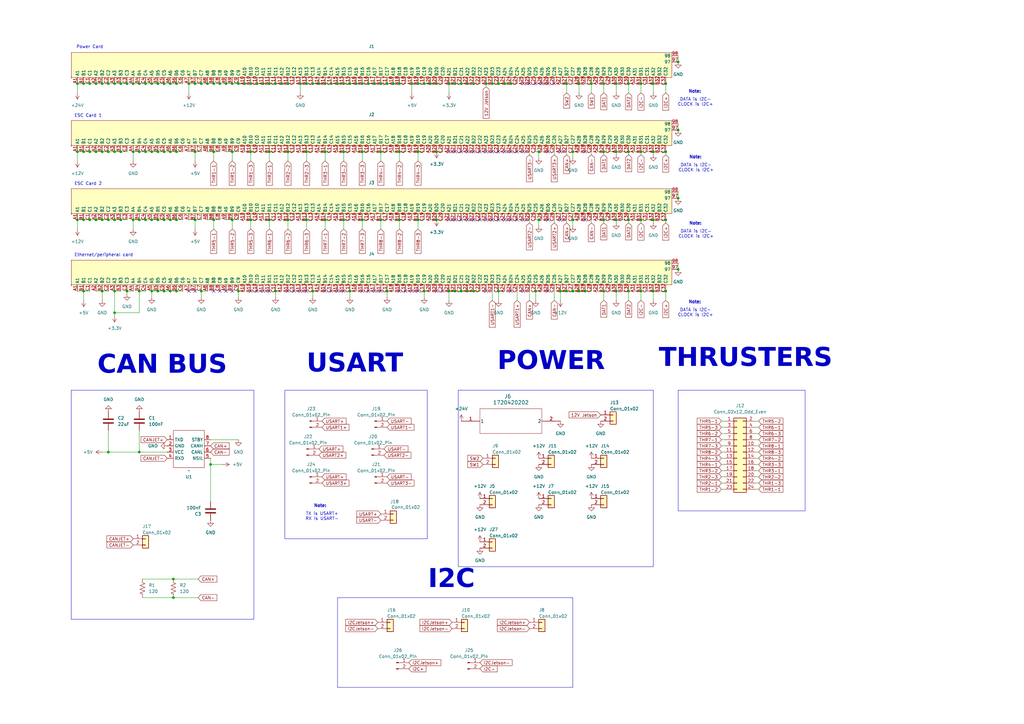
<source format=kicad_sch>
(kicad_sch (version 20250114) (generator "eeschema") (generator_version "9.0")
  (paper "A3")
  (rectangle (start 29.21 160.02) (end 104.14 254))
  (rectangle (start 187.96 160.02) (end 267.97 232.41))
  (rectangle (start 138.43 245.11) (end 234.95 281.94))
  (rectangle (start 278.13 160.02) (end 330.2 209.55))
  (rectangle (start 116.84 160.02) (end 175.26 220.98))
  (text "I2C" (at 185.166 239.776 0) (effects (font (size 7.62 7.62) (thickness 0.254) (bold yes))))
  (text "Note:" (at 285.242 64.516 0) (effects (font (size 1.27 1.27) (thickness 0.254) (bold yes))))
  (text "POWER\n" (at 226.06 150.368 0) (effects (font (size 7.62 7.62) (thickness 0.254) (bold yes))))
  (text "ESC Card 1" (at 30.48 48.26 0) (effects (font (size 1.27 1.27)) (justify left bottom)))
  (text "Note:" (at 284.988 123.952 0) (effects (font (size 1.27 1.27) (thickness 0.254) (bold yes))))
  (text "DATA is I2C-\nCLOCK is I2C+\n" (at 285.496 68.834 0) (effects (font (size 1.27 1.27))))
  (text "Ethernet/peripheral card" (at 30.48 105.41 0) (effects (font (size 1.27 1.27)) (justify left bottom)))
  (text "THRUSTERS" (at 305.816 149.098 0) (effects (font (size 7.62 7.62) (thickness 0.254) (bold yes))))
  (text "DATA is I2C-\nCLOCK is I2C+\n" (at 285.242 41.91 0) (effects (font (size 1.27 1.27))))
  (text "DATA is I2C-\nCLOCK is I2C+\n" (at 285.496 96.012 0) (effects (font (size 1.27 1.27))))
  (text "DATA is I2C-\nCLOCK is I2C+\n" (at 285.242 128.27 0) (effects (font (size 1.27 1.27))))
  (text "Power Card" (at 31.242 20.066 0) (effects (font (size 1.27 1.27)) (justify left bottom)))
  (text "Note:" (at 284.988 37.592 0) (effects (font (size 1.27 1.27) (thickness 0.254) (bold yes))))
  (text "USART\n" (at 145.542 151.384 0) (effects (font (size 7.62 7.62) (thickness 0.254) (bold yes))))
  (text "Note:" (at 285.242 91.694 0) (effects (font (size 1.27 1.27) (thickness 0.254) (bold yes))))
  (text "ESC Card 2\n" (at 30.48 76.2 0) (effects (font (size 1.27 1.27)) (justify left bottom)))
  (text "Note:" (at 131.318 207.518 0) (effects (font (size 1.27 1.27) (thickness 0.254) (bold yes))))
  (text "CAN BUS" (at 66.548 151.892 0) (effects (font (size 7.62 7.62) (thickness 0.254) (bold yes))))
  (text "TX is USART+\nRX is USART-" (at 132.08 211.836 0) (effects (font (size 1.27 1.27))))
  (junction (at 115.57 34.29))
  (junction (at 140.97 34.29))
  (junction (at 72.39 34.29))
  (junction (at 69.85 119.38))
  (junction (at 64.77 34.29))
  (junction (at 54.61 34.29))
  (junction (at 54.61 90.17))
  (junction (at 179.07 62.23))
  (junction (at 44.45 90.17))
  (junction (at 151.13 34.29))
  (junction (at 163.83 62.23))
  (junction (at 158.75 34.29))
  (junction (at 113.03 34.29))
  (junction (at 80.01 90.17))
  (junction (at 118.11 34.29))
  (junction (at 278.13 25.4))
  (junction (at 143.51 34.29))
  (junction (at 194.31 119.38))
  (junction (at 57.15 119.38))
  (junction (at 140.97 90.17))
  (junction (at 41.91 119.38))
  (junction (at 262.89 62.23))
  (junction (at 34.29 119.38))
  (junction (at 39.37 62.23))
  (junction (at 97.79 119.38))
  (junction (at 49.53 90.17))
  (junction (at 158.75 119.38))
  (junction (at 102.87 90.17))
  (junction (at 247.65 90.17))
  (junction (at 87.63 34.29))
  (junction (at 72.39 90.17))
  (junction (at 49.53 62.23))
  (junction (at 267.97 62.23))
  (junction (at 267.97 34.29))
  (junction (at 173.99 34.29))
  (junction (at 191.77 119.38))
  (junction (at 97.79 34.29))
  (junction (at 204.47 34.29))
  (junction (at 130.81 34.29))
  (junction (at 64.77 119.38))
  (junction (at 171.45 62.23))
  (junction (at 267.97 90.17))
  (junction (at 219.71 119.38))
  (junction (at 64.77 62.23))
  (junction (at 46.99 128.27))
  (junction (at 247.65 34.29))
  (junction (at 125.73 34.29))
  (junction (at 46.99 62.23))
  (junction (at 176.53 34.29))
  (junction (at 133.35 34.29))
  (junction (at 247.65 62.23))
  (junction (at 186.69 34.29))
  (junction (at 46.99 90.17))
  (junction (at 41.91 90.17))
  (junction (at 59.69 34.29))
  (junction (at 232.41 34.29))
  (junction (at 80.01 62.23))
  (junction (at 87.63 90.17))
  (junction (at 71.12 245.11))
  (junction (at 71.12 237.49))
  (junction (at 273.05 90.17))
  (junction (at 92.71 34.29))
  (junction (at 153.67 34.29))
  (junction (at 72.39 62.23))
  (junction (at 36.83 34.29))
  (junction (at 257.81 119.38))
  (junction (at 87.63 62.23))
  (junction (at 234.95 62.23))
  (junction (at 186.69 119.38))
  (junction (at 140.97 62.23))
  (junction (at 146.05 34.29))
  (junction (at 57.15 90.17))
  (junction (at 262.89 34.29))
  (junction (at 82.55 34.29))
  (junction (at 240.03 119.38))
  (junction (at 133.35 90.17))
  (junction (at 54.61 62.23))
  (junction (at 163.83 34.29))
  (junction (at 168.91 34.29))
  (junction (at 273.05 62.23))
  (junction (at 36.83 90.17))
  (junction (at 148.59 34.29))
  (junction (at 95.25 34.29))
  (junction (at 267.97 119.38))
  (junction (at 41.91 62.23))
  (junction (at 128.27 119.38))
  (junction (at 49.53 34.29))
  (junction (at 262.89 119.38))
  (junction (at 80.01 34.29))
  (junction (at 262.89 90.17))
  (junction (at 118.11 90.17))
  (junction (at 86.36 190.5))
  (junction (at 148.59 90.17))
  (junction (at 220.98 90.17))
  (junction (at 44.45 62.23))
  (junction (at 179.07 90.17))
  (junction (at 278.13 53.34))
  (junction (at 107.95 34.29))
  (junction (at 59.69 62.23))
  (junction (at 252.73 34.29))
  (junction (at 118.11 62.23))
  (junction (at 184.15 34.29))
  (junction (at 69.85 62.23))
  (junction (at 62.23 90.17))
  (junction (at 273.05 119.38))
  (junction (at 36.83 62.23))
  (junction (at 95.25 90.17))
  (junction (at 57.15 185.42))
  (junction (at 110.49 34.29))
  (junction (at 34.29 62.23))
  (junction (at 62.23 119.38))
  (junction (at 191.77 34.29))
  (junction (at 41.91 34.29))
  (junction (at 59.69 90.17))
  (junction (at 67.31 34.29))
  (junction (at 199.39 34.29))
  (junction (at 252.73 90.17))
  (junction (at 39.37 34.29))
  (junction (at 156.21 34.29))
  (junction (at 102.87 62.23))
  (junction (at 113.03 119.38))
  (junction (at 156.21 62.23))
  (junction (at 46.99 34.29))
  (junction (at 44.45 185.42))
  (junction (at 110.49 90.17))
  (junction (at 110.49 62.23))
  (junction (at 105.41 34.29))
  (junction (at 57.15 62.23))
  (junction (at 252.73 119.38))
  (junction (at 171.45 34.29))
  (junction (at 52.07 119.38))
  (junction (at 257.81 34.29))
  (junction (at 69.85 90.17))
  (junction (at 138.43 34.29))
  (junction (at 179.07 34.29))
  (junction (at 46.99 119.38))
  (junction (at 62.23 34.29))
  (junction (at 184.15 119.38))
  (junction (at 232.41 119.38))
  (junction (at 252.73 62.23))
  (junction (at 156.21 90.17))
  (junction (at 247.65 119.38))
  (junction (at 229.87 119.38))
  (junction (at 257.81 62.23))
  (junction (at 95.25 62.23))
  (junction (at 257.81 90.17))
  (junction (at 220.98 62.23))
  (junction (at 173.99 119.38))
  (junction (at 90.17 34.29))
  (junction (at 34.29 34.29))
  (junction (at 125.73 62.23))
  (junction (at 237.49 119.38))
  (junction (at 82.55 119.38))
  (junction (at 171.45 90.17))
  (junction (at 31.75 34.29))
  (junction (at 201.93 34.29))
  (junction (at 67.31 119.38))
  (junction (at 135.89 34.29))
  (junction (at 189.23 119.38))
  (junction (at 143.51 119.38))
  (junction (at 64.77 90.17))
  (junction (at 31.75 62.23))
  (junction (at 100.33 34.29))
  (junction (at 234.95 90.17))
  (junction (at 163.83 90.17))
  (junction (at 57.15 34.29))
  (junction (at 207.01 34.29))
  (junction (at 237.49 34.29))
  (junction (at 209.55 34.29))
  (junction (at 278.13 110.49))
  (junction (at 194.31 34.29))
  (junction (at 52.07 34.29))
  (junction (at 123.19 34.29))
  (junction (at 161.29 34.29))
  (junction (at 77.47 34.29))
  (junction (at 204.47 119.38))
  (junction (at 69.85 34.29))
  (junction (at 62.23 62.23))
  (junction (at 102.87 34.29))
  (junction (at 67.31 90.17))
  (junction (at 242.57 34.29))
  (junction (at 273.05 34.29))
  (junction (at 67.31 62.23))
  (junction (at 31.75 90.17))
  (junction (at 148.59 62.23))
  (junction (at 72.39 119.38))
  (junction (at 189.23 34.29))
  (junction (at 234.95 119.38))
  (junction (at 34.29 90.17))
  (junction (at 85.09 34.29))
  (junction (at 125.73 90.17))
  (junction (at 133.35 62.23))
  (junction (at 44.45 34.29))
  (junction (at 278.13 81.28))
  (junction (at 128.27 34.29))
  (junction (at 39.37 90.17))
  (no_connect (at 199.39 119.38))
  (no_connect (at 214.63 119.38))
  (no_connect (at 212.09 90.17))
  (no_connect (at 92.71 119.38))
  (no_connect (at 140.97 119.38))
  (no_connect (at 240.03 62.23))
  (no_connect (at 77.47 119.38))
  (no_connect (at 87.63 119.38))
  (no_connect (at 184.15 90.17))
  (no_connect (at 224.79 34.29))
  (no_connect (at 222.25 34.29))
  (no_connect (at 227.33 34.29))
  (no_connect (at 179.07 119.38))
  (no_connect (at 191.77 62.23))
  (no_connect (at 148.59 119.38))
  (no_connect (at 184.15 62.23))
  (no_connect (at 201.93 62.23))
  (no_connect (at 125.73 119.38))
  (no_connect (at 201.93 90.17))
  (no_connect (at 186.69 90.17))
  (no_connect (at 214.63 90.17))
  (no_connect (at 209.55 90.17))
  (no_connect (at 204.47 62.23))
  (no_connect (at 199.39 62.23))
  (no_connect (at 189.23 62.23))
  (no_connect (at 214.63 62.23))
  (no_connect (at 209.55 119.38))
  (no_connect (at 240.03 90.17))
  (no_connect (at 186.69 62.23))
  (no_connect (at 204.47 90.17))
  (no_connect (at 207.01 62.23))
  (no_connect (at 118.11 119.38))
  (no_connect (at 212.09 62.23))
  (no_connect (at 219.71 34.29))
  (no_connect (at 209.55 62.23))
  (no_connect (at 135.89 119.38))
  (no_connect (at 138.43 119.38))
  (no_connect (at 199.39 90.17))
  (no_connect (at 171.45 119.38))
  (no_connect (at 110.49 119.38))
  (no_connect (at 120.65 119.38))
  (no_connect (at 181.61 119.38))
  (no_connect (at 217.17 34.29))
  (no_connect (at 95.25 119.38))
  (no_connect (at 156.21 119.38))
  (no_connect (at 207.01 90.17))
  (no_connect (at 163.83 119.38))
  (no_connect (at 214.63 34.29))
  (no_connect (at 90.17 119.38))
  (no_connect (at 189.23 90.17))
  (no_connect (at 194.31 90.17))
  (no_connect (at 194.31 62.23))
  (no_connect (at 224.79 62.23))
  (no_connect (at 166.37 119.38))
  (no_connect (at 151.13 119.38))
  (no_connect (at 107.95 119.38))
  (no_connect (at 105.41 119.38))
  (no_connect (at 229.87 62.23))
  (no_connect (at 196.85 62.23))
  (no_connect (at 196.85 90.17))
  (no_connect (at 102.87 119.38))
  (no_connect (at 224.79 90.17))
  (no_connect (at 80.01 119.38))
  (no_connect (at 229.87 90.17))
  (no_connect (at 133.35 119.38))
  (no_connect (at 168.91 119.38))
  (no_connect (at 191.77 90.17))
  (no_connect (at 153.67 119.38))
  (no_connect (at 224.79 119.38))
  (no_connect (at 123.19 119.38))
  (wire (pts (xy 72.39 62.23) (xy 74.93 62.23)))
  (wire (pts (xy 125.73 62.23) (xy 128.27 62.23)))
  (wire (pts (xy 295.91 177.8) (xy 297.18 177.8)))
  (wire (pts (xy 204.47 34.29) (xy 207.01 34.29)))
  (wire (pts (xy 176.53 34.29) (xy 179.07 34.29)))
  (wire (pts (xy 90.17 34.29) (xy 92.71 34.29)))
  (wire (pts (xy 161.29 90.17) (xy 163.83 90.17)))
  (wire (pts (xy 295.91 193.04) (xy 297.18 193.04)))
  (wire (pts (xy 245.11 62.23) (xy 247.65 62.23)))
  (wire (pts (xy 123.19 90.17) (xy 125.73 90.17)))
  (wire (pts (xy 80.01 90.17) (xy 82.55 90.17)))
  (wire (pts (xy 80.01 62.23) (xy 82.55 62.23)))
  (wire (pts (xy 72.39 119.38) (xy 74.93 119.38)))
  (wire (pts (xy 34.29 119.38) (xy 34.29 123.19)))
  (wire (pts (xy 115.57 34.29) (xy 118.11 34.29)))
  (wire (pts (xy 179.07 62.23) (xy 181.61 62.23)))
  (wire (pts (xy 31.75 34.29) (xy 31.75 38.1)))
  (wire (pts (xy 260.35 119.38) (xy 262.89 119.38)))
  (wire (pts (xy 46.99 62.23) (xy 49.53 62.23)))
  (wire (pts (xy 148.59 90.17) (xy 151.13 90.17)))
  (wire (pts (xy 100.33 62.23) (xy 102.87 62.23)))
  (wire (pts (xy 220.98 90.17) (xy 222.25 90.17)))
  (wire (pts (xy 234.95 119.38) (xy 237.49 119.38)))
  (wire (pts (xy 130.81 34.29) (xy 133.35 34.29)))
  (wire (pts (xy 57.15 90.17) (xy 59.69 90.17)))
  (wire (pts (xy 184.15 34.29) (xy 186.69 34.29)))
  (wire (pts (xy 176.53 62.23) (xy 179.07 62.23)))
  (wire (pts (xy 69.85 90.17) (xy 72.39 90.17)))
  (wire (pts (xy 118.11 62.23) (xy 120.65 62.23)))
  (wire (pts (xy 72.39 90.17) (xy 74.93 90.17)))
  (wire (pts (xy 97.79 34.29) (xy 100.33 34.29)))
  (wire (pts (xy 158.75 121.92) (xy 158.75 119.38)))
  (wire (pts (xy 265.43 119.38) (xy 267.97 119.38)))
  (wire (pts (xy 191.77 34.29) (xy 194.31 34.29)))
  (wire (pts (xy 133.35 90.17) (xy 135.89 90.17)))
  (wire (pts (xy 62.23 90.17) (xy 64.77 90.17)))
  (wire (pts (xy 229.87 34.29) (xy 232.41 34.29)))
  (wire (pts (xy 95.25 90.17) (xy 97.79 90.17)))
  (wire (pts (xy 64.77 62.23) (xy 67.31 62.23)))
  (wire (pts (xy 204.47 119.38) (xy 207.01 119.38)))
  (wire (pts (xy 220.98 62.23) (xy 219.71 62.23)))
  (wire (pts (xy 57.15 119.38) (xy 57.15 128.27)))
  (wire (pts (xy 39.37 119.38) (xy 41.91 119.38)))
  (wire (pts (xy 82.55 119.38) (xy 85.09 119.38)))
  (wire (pts (xy 220.98 90.17) (xy 220.98 92.71)))
  (wire (pts (xy 39.37 34.29) (xy 41.91 34.29)))
  (wire (pts (xy 54.61 90.17) (xy 54.61 93.98)))
  (wire (pts (xy 311.15 185.42) (xy 309.88 185.42)))
  (wire (pts (xy 311.15 187.96) (xy 309.88 187.96)))
  (wire (pts (xy 146.05 62.23) (xy 148.59 62.23)))
  (wire (pts (xy 49.53 90.17) (xy 52.07 90.17)))
  (wire (pts (xy 49.53 62.23) (xy 52.07 62.23)))
  (wire (pts (xy 278.13 50.8) (xy 278.13 53.34)))
  (wire (pts (xy 97.79 119.38) (xy 100.33 119.38)))
  (wire (pts (xy 295.91 172.72) (xy 297.18 172.72)))
  (wire (pts (xy 125.73 62.23) (xy 125.73 66.04)))
  (wire (pts (xy 148.59 34.29) (xy 151.13 34.29)))
  (wire (pts (xy 46.99 119.38) (xy 46.99 128.27)))
  (wire (pts (xy 171.45 62.23) (xy 173.99 62.23)))
  (wire (pts (xy 295.91 200.66) (xy 297.18 200.66)))
  (wire (pts (xy 242.57 34.29) (xy 242.57 38.1)))
  (wire (pts (xy 311.15 172.72) (xy 309.88 172.72)))
  (wire (pts (xy 158.75 34.29) (xy 161.29 34.29)))
  (wire (pts (xy 140.97 90.17) (xy 140.97 93.98)))
  (wire (pts (xy 95.25 62.23) (xy 97.79 62.23)))
  (wire (pts (xy 54.61 62.23) (xy 54.61 66.04)))
  (wire (pts (xy 64.77 90.17) (xy 67.31 90.17)))
  (wire (pts (xy 95.25 90.17) (xy 95.25 93.98)))
  (wire (pts (xy 247.65 119.38) (xy 247.65 123.19)))
  (wire (pts (xy 123.19 34.29) (xy 123.19 38.1)))
  (wire (pts (xy 118.11 90.17) (xy 120.65 90.17)))
  (wire (pts (xy 102.87 90.17) (xy 105.41 90.17)))
  (wire (pts (xy 186.69 34.29) (xy 189.23 34.29)))
  (wire (pts (xy 267.97 62.23) (xy 267.97 63.5)))
  (wire (pts (xy 273.05 34.29) (xy 273.05 38.1)))
  (wire (pts (xy 273.05 119.38) (xy 273.05 123.19)))
  (wire (pts (xy 95.25 62.23) (xy 95.25 66.04)))
  (wire (pts (xy 156.21 90.17) (xy 156.21 93.98)))
  (wire (pts (xy 260.35 34.29) (xy 262.89 34.29)))
  (wire (pts (xy 86.36 190.5) (xy 86.36 187.96)))
  (wire (pts (xy 270.51 119.38) (xy 273.05 119.38)))
  (wire (pts (xy 80.01 34.29) (xy 82.55 34.29)))
  (wire (pts (xy 204.47 119.38) (xy 204.47 123.19)))
  (wire (pts (xy 39.37 90.17) (xy 41.91 90.17)))
  (wire (pts (xy 260.35 90.17) (xy 262.89 90.17)))
  (wire (pts (xy 295.91 187.96) (xy 297.18 187.96)))
  (wire (pts (xy 102.87 62.23) (xy 105.41 62.23)))
  (wire (pts (xy 31.75 62.23) (xy 34.29 62.23)))
  (wire (pts (xy 57.15 176.53) (xy 57.15 185.42)))
  (wire (pts (xy 58.42 237.49) (xy 71.12 237.49)))
  (wire (pts (xy 295.91 185.42) (xy 297.18 185.42)))
  (wire (pts (xy 311.15 182.88) (xy 309.88 182.88)))
  (wire (pts (xy 227.33 63.5) (xy 227.33 62.23)))
  (wire (pts (xy 85.09 34.29) (xy 87.63 34.29)))
  (wire (pts (xy 194.31 119.38) (xy 196.85 119.38)))
  (wire (pts (xy 156.21 34.29) (xy 158.75 34.29)))
  (wire (pts (xy 128.27 121.92) (xy 128.27 119.38)))
  (wire (pts (xy 176.53 90.17) (xy 179.07 90.17)))
  (wire (pts (xy 97.79 180.34) (xy 86.36 180.34)))
  (wire (pts (xy 311.15 195.58) (xy 309.88 195.58)))
  (wire (pts (xy 118.11 62.23) (xy 118.11 66.04)))
  (wire (pts (xy 57.15 119.38) (xy 59.69 119.38)))
  (wire (pts (xy 107.95 34.29) (xy 110.49 34.29)))
  (wire (pts (xy 87.63 62.23) (xy 87.63 66.04)))
  (wire (pts (xy 85.09 62.23) (xy 87.63 62.23)))
  (wire (pts (xy 118.11 34.29) (xy 120.65 34.29)))
  (wire (pts (xy 234.95 62.23) (xy 234.95 64.77)))
  (wire (pts (xy 128.27 119.38) (xy 130.81 119.38)))
  (wire (pts (xy 113.03 119.38) (xy 115.57 119.38)))
  (wire (pts (xy 62.23 62.23) (xy 64.77 62.23)))
  (wire (pts (xy 92.71 62.23) (xy 95.25 62.23)))
  (wire (pts (xy 267.97 119.38) (xy 267.97 123.19)))
  (wire (pts (xy 250.19 34.29) (xy 252.73 34.29)))
  (wire (pts (xy 262.89 34.29) (xy 262.89 38.1)))
  (wire (pts (xy 125.73 90.17) (xy 125.73 93.98)))
  (wire (pts (xy 168.91 62.23) (xy 171.45 62.23)))
  (wire (pts (xy 156.21 62.23) (xy 158.75 62.23)))
  (wire (pts (xy 186.69 119.38) (xy 189.23 119.38)))
  (wire (pts (xy 138.43 90.17) (xy 140.97 90.17)))
  (wire (pts (xy 295.91 182.88) (xy 297.18 182.88)))
  (wire (pts (xy 240.03 34.29) (xy 242.57 34.29)))
  (wire (pts (xy 36.83 62.23) (xy 39.37 62.23)))
  (wire (pts (xy 220.98 62.23) (xy 222.25 62.23)))
  (wire (pts (xy 234.95 34.29) (xy 237.49 34.29)))
  (wire (pts (xy 57.15 34.29) (xy 59.69 34.29)))
  (wire (pts (xy 113.03 34.29) (xy 115.57 34.29)))
  (wire (pts (xy 46.99 119.38) (xy 49.53 119.38)))
  (wire (pts (xy 295.91 180.34) (xy 297.18 180.34)))
  (wire (pts (xy 270.51 62.23) (xy 273.05 62.23)))
  (wire (pts (xy 247.65 34.29) (xy 247.65 38.1)))
  (wire (pts (xy 80.01 62.23) (xy 80.01 66.04)))
  (wire (pts (xy 278.13 78.74) (xy 278.13 81.28)))
  (wire (pts (xy 36.83 34.29) (xy 39.37 34.29)))
  (wire (pts (xy 234.95 90.17) (xy 234.95 92.71)))
  (wire (pts (xy 77.47 90.17) (xy 80.01 90.17)))
  (wire (pts (xy 217.17 91.44) (xy 217.17 90.17)))
  (wire (pts (xy 229.87 119.38) (xy 229.87 123.19)))
  (wire (pts (xy 270.51 34.29) (xy 273.05 34.29)))
  (wire (pts (xy 118.11 90.17) (xy 118.11 93.98)))
  (wire (pts (xy 34.29 34.29) (xy 36.83 34.29)))
  (wire (pts (xy 44.45 90.17) (xy 46.99 90.17)))
  (wire (pts (xy 247.65 62.23) (xy 247.65 63.5)))
  (wire (pts (xy 168.91 34.29) (xy 168.91 38.1)))
  (wire (pts (xy 133.35 62.23) (xy 135.89 62.23)))
  (wire (pts (xy 71.12 245.11) (xy 81.28 245.11)))
  (wire (pts (xy 173.99 119.38) (xy 173.99 121.92)))
  (wire (pts (xy 36.83 90.17) (xy 39.37 90.17)))
  (wire (pts (xy 260.35 62.23) (xy 262.89 62.23)))
  (wire (pts (xy 140.97 62.23) (xy 140.97 66.04)))
  (wire (pts (xy 77.47 34.29) (xy 77.47 38.1)))
  (wire (pts (xy 107.95 90.17) (xy 110.49 90.17)))
  (wire (pts (xy 237.49 119.38) (xy 240.03 119.38)))
  (wire (pts (xy 232.41 34.29) (xy 232.41 38.1)))
  (wire (pts (xy 220.98 62.23) (xy 220.98 64.77)))
  (wire (pts (xy 158.75 119.38) (xy 161.29 119.38)))
  (wire (pts (xy 62.23 34.29) (xy 64.77 34.29)))
  (wire (pts (xy 252.73 119.38) (xy 252.73 123.19)))
  (wire (pts (xy 156.21 62.23) (xy 156.21 66.04)))
  (wire (pts (xy 97.79 121.92) (xy 97.79 119.38)))
  (wire (pts (xy 173.99 119.38) (xy 176.53 119.38)))
  (wire (pts (xy 110.49 90.17) (xy 113.03 90.17)))
  (wire (pts (xy 85.09 90.17) (xy 87.63 90.17)))
  (wire (pts (xy 232.41 63.5) (xy 232.41 62.23)))
  (wire (pts (xy 146.05 34.29) (xy 148.59 34.29)))
  (wire (pts (xy 44.45 185.42) (xy 57.15 185.42)))
  (wire (pts (xy 92.71 90.17) (xy 95.25 90.17)))
  (wire (pts (xy 153.67 34.29) (xy 156.21 34.29)))
  (wire (pts (xy 273.05 90.17) (xy 273.05 91.44)))
  (wire (pts (xy 44.45 34.29) (xy 46.99 34.29)))
  (wire (pts (xy 71.12 237.49) (xy 81.28 237.49)))
  (wire (pts (xy 255.27 90.17) (xy 257.81 90.17)))
  (wire (pts (xy 44.45 62.23) (xy 46.99 62.23)))
  (wire (pts (xy 69.85 34.29) (xy 72.39 34.29)))
  (wire (pts (xy 237.49 34.29) (xy 237.49 38.1)))
  (wire (pts (xy 295.91 195.58) (xy 297.18 195.58)))
  (wire (pts (xy 57.15 185.42) (xy 68.58 185.42)))
  (wire (pts (xy 151.13 34.29) (xy 153.67 34.29)))
  (wire (pts (xy 102.87 62.23) (xy 102.87 66.04)))
  (wire (pts (xy 77.47 62.23) (xy 80.01 62.23)))
  (wire (pts (xy 163.83 62.23) (xy 163.83 66.04)))
  (wire (pts (xy 41.91 62.23) (xy 44.45 62.23)))
  (wire (pts (xy 217.17 119.38) (xy 217.17 123.19)))
  (wire (pts (xy 87.63 62.23) (xy 90.17 62.23)))
  (wire (pts (xy 219.71 119.38) (xy 222.25 119.38)))
  (wire (pts (xy 41.91 119.38) (xy 41.91 123.19)))
  (wire (pts (xy 67.31 34.29) (xy 69.85 34.29)))
  (wire (pts (xy 153.67 62.23) (xy 156.21 62.23)))
  (wire (pts (xy 153.67 90.17) (xy 156.21 90.17)))
  (wire (pts (xy 171.45 62.23) (xy 171.45 66.04)))
  (wire (pts (xy 143.51 34.29) (xy 146.05 34.29)))
  (wire (pts (xy 69.85 119.38) (xy 72.39 119.38)))
  (wire (pts (xy 52.07 119.38) (xy 52.07 120.65)))
  (wire (pts (xy 49.53 34.29) (xy 52.07 34.29)))
  (wire (pts (xy 229.87 119.38) (xy 232.41 119.38)))
  (wire (pts (xy 184.15 34.29) (xy 184.15 38.1)))
  (wire (pts (xy 95.25 34.29) (xy 97.79 34.29)))
  (wire (pts (xy 161.29 62.23) (xy 163.83 62.23)))
  (wire (pts (xy 184.15 119.38) (xy 184.15 123.19)))
  (wire (pts (xy 143.51 119.38) (xy 146.05 119.38)))
  (wire (pts (xy 100.33 34.29) (xy 102.87 34.29)))
  (wire (pts (xy 82.55 121.92) (xy 82.55 119.38)))
  (wire (pts (xy 232.41 91.44) (xy 232.41 90.17)))
  (wire (pts (xy 87.63 90.17) (xy 87.63 93.98)))
  (wire (pts (xy 265.43 90.17) (xy 267.97 90.17)))
  (wire (pts (xy 92.71 34.29) (xy 95.25 34.29)))
  (wire (pts (xy 148.59 90.17) (xy 148.59 93.98)))
  (wire (pts (xy 148.59 62.23) (xy 151.13 62.23)))
  (wire (pts (xy 41.91 185.42) (xy 44.45 185.42)))
  (wire (pts (xy 179.07 34.29) (xy 181.61 34.29)))
  (wire (pts (xy 115.57 62.23) (xy 118.11 62.23)))
  (wire (pts (xy 171.45 34.29) (xy 173.99 34.29)))
  (wire (pts (xy 59.69 34.29) (xy 62.23 34.29)))
  (wire (pts (xy 34.29 90.17) (xy 36.83 90.17)))
  (wire (pts (xy 189.23 34.29) (xy 191.77 34.29)))
  (wire (pts (xy 39.37 62.23) (xy 41.91 62.23)))
  (wire (pts (xy 311.15 180.34) (xy 309.88 180.34)))
  (wire (pts (xy 54.61 34.29) (xy 57.15 34.29)))
  (wire (pts (xy 31.75 90.17) (xy 31.75 93.98)))
  (wire (pts (xy 295.91 175.26) (xy 297.18 175.26)))
  (wire (pts (xy 295.91 190.5) (xy 297.18 190.5)))
  (wire (pts (xy 270.51 90.17) (xy 273.05 90.17)))
  (wire (pts (xy 295.91 198.12) (xy 297.18 198.12)))
  (wire (pts (xy 52.07 34.29) (xy 54.61 34.29)))
  (wire (pts (xy 41.91 90.17) (xy 44.45 90.17)))
  (wire (pts (xy 67.31 62.23) (xy 69.85 62.23)))
  (wire (pts (xy 242.57 91.44) (xy 242.57 90.17)))
  (wire (pts (xy 311.15 190.5) (xy 309.88 190.5)))
  (wire (pts (xy 62.23 119.38) (xy 64.77 119.38)))
  (wire (pts (xy 133.35 62.23) (xy 133.35 66.04)))
  (wire (pts (xy 80.01 90.17) (xy 80.01 93.98)))
  (wire (pts (xy 265.43 62.23) (xy 267.97 62.23)))
  (wire (pts (xy 64.77 119.38) (xy 67.31 119.38)))
  (wire (pts (xy 217.17 63.5) (xy 217.17 62.23)))
  (wire (pts (xy 69.85 62.23) (xy 72.39 62.23)))
  (wire (pts (xy 46.99 128.27) (xy 57.15 128.27)))
  (wire (pts (xy 240.03 119.38) (xy 242.57 119.38)))
  (wire (pts (xy 179.07 90.17) (xy 181.61 90.17)))
  (wire (pts (xy 161.29 34.29) (xy 163.83 34.29)))
  (wire (pts (xy 46.99 129.54) (xy 46.99 128.27)))
  (wire (pts (xy 140.97 62.23) (xy 143.51 62.23)))
  (wire (pts (xy 44.45 176.53) (xy 44.45 185.42)))
  (wire (pts (xy 67.31 90.17) (xy 69.85 90.17)))
  (wire (pts (xy 173.99 34.29) (xy 176.53 34.29)))
  (wire (pts (xy 31.75 90.17) (xy 34.29 90.17)))
  (wire (pts (xy 245.11 90.17) (xy 247.65 90.17)))
  (wire (pts (xy 191.77 119.38) (xy 194.31 119.38)))
  (wire (pts (xy 255.27 119.38) (xy 257.81 119.38)))
  (wire (pts (xy 143.51 121.92) (xy 143.51 119.38)))
  (wire (pts (xy 54.61 62.23) (xy 57.15 62.23)))
  (wire (pts (xy 46.99 34.29) (xy 49.53 34.29)))
  (wire (pts (xy 163.83 34.29) (xy 166.37 34.29)))
  (wire (pts (xy 262.89 62.23) (xy 262.89 63.5)))
  (wire (pts (xy 227.33 91.44) (xy 227.33 90.17)))
  (wire (pts (xy 123.19 34.29) (xy 125.73 34.29)))
  (wire (pts (xy 250.19 119.38) (xy 252.73 119.38)))
  (wire (pts (xy 107.95 62.23) (xy 110.49 62.23)))
  (wire (pts (xy 123.19 62.23) (xy 125.73 62.23)))
  (wire (pts (xy 133.35 34.29) (xy 135.89 34.29)))
  (wire (pts (xy 227.33 119.38) (xy 227.33 123.19)))
  (wire (pts (xy 52.07 119.38) (xy 54.61 119.38)))
  (wire (pts (xy 91.44 190.5) (xy 86.36 190.5)))
  (wire (pts (xy 234.95 90.17) (xy 237.49 90.17)))
  (wire (pts (xy 64.77 34.29) (xy 67.31 34.29)))
  (wire (pts (xy 133.35 90.17) (xy 133.35 93.98)))
  (wire (pts (xy 113.03 121.92) (xy 113.03 119.38)))
  (wire (pts (xy 267.97 34.29) (xy 267.97 38.1)))
  (wire (pts (xy 163.83 62.23) (xy 166.37 62.23)))
  (wire (pts (xy 135.89 34.29) (xy 138.43 34.29)))
  (wire (pts (xy 184.15 119.38) (xy 186.69 119.38)))
  (wire (pts (xy 250.19 90.17) (xy 252.73 90.17)))
  (wire (pts (xy 252.73 34.29) (xy 252.73 38.1)))
  (wire (pts (xy 125.73 34.29) (xy 128.27 34.29)))
  (wire (pts (xy 168.91 34.29) (xy 171.45 34.29)))
  (wire (pts (xy 146.05 90.17) (xy 148.59 90.17)))
  (wire (pts (xy 130.81 90.17) (xy 133.35 90.17)))
  (wire (pts (xy 58.42 245.11) (xy 71.12 245.11)))
  (wire (pts (xy 252.73 62.23) (xy 252.73 63.5)))
  (wire (pts (xy 72.39 34.29) (xy 74.93 34.29)))
  (wire (pts (xy 102.87 34.29) (xy 105.41 34.29)))
  (wire (pts (xy 267.97 90.17) (xy 267.97 91.44)))
  (wire (pts (xy 41.91 119.38) (xy 44.45 119.38)))
  (wire (pts (xy 87.63 90.17) (xy 90.17 90.17)))
  (wire (pts (xy 110.49 90.17) (xy 110.49 93.98)))
  (wire (pts (xy 171.45 90.17) (xy 171.45 93.98)))
  (wire (pts (xy 255.27 62.23) (xy 257.81 62.23)))
  (wire (pts (xy 138.43 34.29) (xy 140.97 34.29)))
  (wire (pts (xy 257.81 119.38) (xy 257.81 123.19)))
  (wire (pts (xy 59.69 62.23) (xy 62.23 62.23)))
  (wire (pts (xy 102.87 90.17) (xy 102.87 93.98)))
  (wire (pts (xy 54.61 90.17) (xy 57.15 90.17)))
  (wire (pts (xy 115.57 90.17) (xy 118.11 90.17)))
  (wire (pts (xy 140.97 34.29) (xy 143.51 34.29)))
  (wire (pts (xy 138.43 62.23) (xy 140.97 62.23)))
  (wire (pts (xy 171.45 90.17) (xy 173.99 90.17)))
  (wire (pts (xy 262.89 119.38) (xy 262.89 123.19)))
  (wire (pts (xy 34.29 119.38) (xy 36.83 119.38)))
  (wire (pts (xy 220.98 90.17) (xy 219.71 90.17)))
  (wire (pts (xy 194.31 34.29) (xy 196.85 34.29)))
  (wire (pts (xy 234.95 62.23) (xy 237.49 62.23)))
  (wire (pts (xy 62.23 121.92) (xy 62.23 119.38)))
  (wire (pts (xy 199.39 34.29) (xy 201.93 34.29)))
  (wire (pts (xy 31.75 62.23) (xy 31.75 66.04)))
  (wire (pts (xy 105.41 34.29) (xy 107.95 34.29)))
  (wire (pts (xy 311.15 193.04) (xy 309.88 193.04)))
  (wire (pts (xy 257.81 62.23) (xy 257.81 63.5)))
  (wire (pts (xy 207.01 34.29) (xy 209.55 34.29)))
  (wire (pts (xy 87.63 34.29) (xy 90.17 34.29)))
  (wire (pts (xy 252.73 90.17) (xy 252.73 91.44)))
  (wire (pts (xy 273.05 62.23) (xy 273.05 63.5)))
  (wire (pts (xy 311.15 175.26) (xy 309.88 175.26)))
  (wire (pts (xy 219.71 119.38) (xy 219.71 123.19)))
  (wire (pts (xy 245.11 34.29) (xy 247.65 34.29)))
  (wire (pts (xy 86.36 205.74) (xy 86.36 190.5)))
  (wire (pts (xy 201.93 119.38) (xy 201.93 123.19)))
  (wire (pts (xy 262.89 90.17) (xy 262.89 91.44)))
  (wire (pts (xy 257.81 34.29) (xy 257.81 38.1)))
  (wire (pts (xy 31.75 34.29) (xy 34.29 34.29)))
  (wire (pts (xy 163.83 90.17) (xy 163.83 93.98)))
  (wire (pts (xy 110.49 34.29) (xy 113.03 34.29)))
  (wire (pts (xy 130.81 62.23) (xy 133.35 62.23)))
  (wire (pts (xy 82.55 34.29) (xy 85.09 34.29)))
  (wire (pts (xy 128.27 34.29) (xy 130.81 34.29)))
  (wire (pts (xy 46.99 90.17) (xy 49.53 90.17)))
  (wire (pts (xy 278.13 107.95) (xy 278.13 110.49)))
  (wire (pts (xy 311.15 198.12) (xy 309.88 198.12)))
  (wire (pts (xy 201.93 34.29) (xy 204.47 34.29)))
  (wire (pts (xy 125.73 90.17) (xy 128.27 90.17)))
  (wire (pts (xy 57.15 62.23) (xy 59.69 62.23)))
  (wire (pts (xy 250.19 62.23) (xy 252.73 62.23)))
  (wire (pts (xy 245.11 119.38) (xy 247.65 119.38)))
  (wire (pts (xy 265.43 34.29) (xy 267.97 34.29)))
  (wire (pts (xy 189.23 119.38) (xy 191.77 119.38)))
  (wire (pts (xy 199.39 35.56) (xy 199.39 34.29)))
  (wire (pts (xy 110.49 62.23) (xy 113.03 62.23)))
  (wire (pts (xy 311.15 200.66) (xy 309.88 200.66)))
  (wire (pts (xy 77.47 34.29) (xy 80.01 34.29)))
  (wire (pts (xy 242.57 63.5) (xy 242.57 62.23)))
  (wire (pts (xy 209.55 34.29) (xy 212.09 34.29)))
  (wire (pts (xy 257.81 90.17) (xy 257.81 91.44)))
  (wire (pts (xy 212.09 119.38) (xy 212.09 123.19)))
  (wire (pts (xy 148.59 62.23) (xy 148.59 66.04)))
  (wire (pts (xy 41.91 34.29) (xy 44.45 34.29)))
  (wire (pts (xy 34.29 62.23) (xy 36.83 62.23)))
  (wire (pts (xy 140.97 90.17) (xy 143.51 90.17)))
  (wire (pts (xy 31.75 119.38) (xy 34.29 119.38)))
  (wire (pts (xy 247.65 90.17) (xy 247.65 91.44)))
  (wire (pts (xy 311.15 177.8) (xy 309.88 177.8)))
  (wire (pts (xy 168.91 90.17) (xy 171.45 90.17)))
  (wire (pts (xy 156.21 90.17) (xy 158.75 90.17)))
  (wire (pts (xy 255.27 34.29) (xy 257.81 34.29)))
  (wire (pts (xy 67.31 119.38) (xy 69.85 119.38)))
  (wire (pts (xy 59.69 90.17) (xy 62.23 90.17)))
  (wire (pts (xy 110.49 62.23) (xy 110.49 66.04)))
  (wire (pts (xy 278.13 22.86) (xy 278.13 25.4)))
  (wire (pts (xy 100.33 90.17) (xy 102.87 90.17)))
  (wire (pts (xy 163.83 90.17) (xy 166.37 90.17)))
  (wire (pts (xy 232.41 119.38) (xy 234.95 119.38)))
  (global_label "THR4-3" (shape input) (at 171.45 66.04 270) (property "Intersheetrefs" "${INTERSHEET_REFS}" (effects (hide yes))))
  (global_label "THR3-1" (shape input) (at 133.35 66.04 270) (property "Intersheetrefs" "${INTERSHEET_REFS}" (effects (hide yes))))
  (global_label "CANJET-" (shape input) (at 54.61 223.52 180) (property "Intersheetrefs" "${INTERSHEET_REFS}" (effects (hide yes))))
  (global_label "THR6-2" (shape input) (at 118.11 93.98 270) (property "Intersheetrefs" "${INTERSHEET_REFS}" (effects (hide yes))))
  (global_label "CAN+" (shape input) (at 232.41 63.5 270) (property "Intersheetrefs" "${INTERSHEET_REFS}" (effects (hide yes))))
  (global_label "THR2-1" (shape input) (at 295.91 198.12 180) (property "Intersheetrefs" "${INTERSHEET_REFS}" (effects (hide yes))))
  (global_label "CANJET+" (shape input) (at 54.61 220.98 180) (property "Intersheetrefs" "${INTERSHEET_REFS}" (effects (hide yes))))
  (global_label "CAN-" (shape input) (at 227.33 123.19 270) (property "Intersheetrefs" "${INTERSHEET_REFS}" (effects (hide yes))))
  (global_label "SW1" (shape input) (at 242.57 38.1 270) (property "Intersheetrefs" "${INTERSHEET_REFS}" (effects (hide yes))))
  (global_label "USART3-" (shape input) (at 158.75 198.12 0) (property "Intersheetrefs" "${INTERSHEET_REFS}" (effects (hide yes))))
  (global_label "CANJET-" (shape input) (at 68.58 187.96 180) (property "Intersheetrefs" "${INTERSHEET_REFS}" (effects (hide yes))))
  (global_label "THR5-1" (shape input) (at 295.91 172.72 180) (property "Intersheetrefs" "${INTERSHEET_REFS}" (effects (hide yes))))
  (global_label "THR2-2" (shape input) (at 311.15 195.58 0) (property "Intersheetrefs" "${INTERSHEET_REFS}" (effects (hide yes))))
  (global_label "I2C-" (shape input) (at 262.89 38.1 270) (property "Intersheetrefs" "${INTERSHEET_REFS}" (effects (hide yes))))
  (global_label "DAT1" (shape input) (at 247.65 63.5 270) (property "Intersheetrefs" "${INTERSHEET_REFS}" (effects (hide yes))))
  (global_label "USART1+" (shape input) (at 132.08 175.26 0) (property "Intersheetrefs" "${INTERSHEET_REFS}" (effects (hide yes))))
  (global_label "USART-" (shape input) (at 158.75 172.72 0) (property "Intersheetrefs" "${INTERSHEET_REFS}" (effects (hide yes))))
  (global_label "CAN-" (shape input) (at 242.57 91.44 270) (property "Intersheetrefs" "${INTERSHEET_REFS}" (effects (hide yes))))
  (global_label "USART2+" (shape input) (at 227.33 91.44 270) (property "Intersheetrefs" "${INTERSHEET_REFS}" (effects (hide yes))))
  (global_label "CAN+" (shape input) (at 232.41 91.44 270) (property "Intersheetrefs" "${INTERSHEET_REFS}" (effects (hide yes))))
  (global_label "I2CJetson+" (shape input) (at 217.17 255.27 180) (property "Intersheetrefs" "${INTERSHEET_REFS}" (effects (hide yes))))
  (global_label "I2CJetson-" (shape input) (at 196.85 271.78 0) (property "Intersheetrefs" "${INTERSHEET_REFS}" (effects (hide yes))))
  (global_label "USART2+" (shape input) (at 130.81 186.69 0) (property "Intersheetrefs" "${INTERSHEET_REFS}" (effects (hide yes))))
  (global_label "USART2-" (shape input) (at 217.17 91.44 270) (property "Intersheetrefs" "${INTERSHEET_REFS}" (effects (hide yes))))
  (global_label "DAT2" (shape input) (at 257.81 123.19 270) (property "Intersheetrefs" "${INTERSHEET_REFS}" (effects (hide yes))))
  (global_label "USART3+" (shape input) (at 227.33 63.5 270) (property "Intersheetrefs" "${INTERSHEET_REFS}" (effects (hide yes))))
  (global_label "I2CJetson+" (shape input) (at 185.42 255.27 180) (property "Intersheetrefs" "${INTERSHEET_REFS}" (effects (hide yes))))
  (global_label "THR8-1" (shape input) (at 311.15 182.88 0) (property "Intersheetrefs" "${INTERSHEET_REFS}" (effects (hide yes))))
  (global_label "THR3-3" (shape input) (at 311.15 190.5 0) (property "Intersheetrefs" "${INTERSHEET_REFS}" (effects (hide yes))))
  (global_label "THR1-3" (shape input) (at 102.87 66.04 270) (property "Intersheetrefs" "${INTERSHEET_REFS}" (effects (hide yes))))
  (global_label "USART-" (shape input) (at 156.21 213.36 180) (property "Intersheetrefs" "${INTERSHEET_REFS}" (effects (hide yes))))
  (global_label "CANJET+" (shape input) (at 68.58 180.34 180) (property "Intersheetrefs" "${INTERSHEET_REFS}" (effects (hide yes))))
  (global_label "I2C-" (shape input) (at 262.89 63.5 270) (property "Intersheetrefs" "${INTERSHEET_REFS}" (effects (hide yes))))
  (global_label "THR1-1" (shape input) (at 87.63 66.04 270) (property "Intersheetrefs" "${INTERSHEET_REFS}" (effects (hide yes))))
  (global_label "SW2" (shape input) (at 198.12 187.96 180) (property "Intersheetrefs" "${INTERSHEET_REFS}" (effects (hide yes))))
  (global_label "THR5-1" (shape input) (at 87.63 93.98 270) (property "Intersheetrefs" "${INTERSHEET_REFS}" (effects (hide yes))))
  (global_label "THR7-2" (shape input) (at 140.97 93.98 270) (property "Intersheetrefs" "${INTERSHEET_REFS}" (effects (hide yes))))
  (global_label "I2C+" (shape input) (at 273.05 91.44 270) (property "Intersheetrefs" "${INTERSHEET_REFS}" (effects (hide yes))))
  (global_label "USART3-" (shape input) (at 217.17 63.5 270) (property "Intersheetrefs" "${INTERSHEET_REFS}" (effects (hide yes))))
  (global_label "USART1-" (shape input) (at 158.75 175.26 0) (property "Intersheetrefs" "${INTERSHEET_REFS}" (effects (hide yes))))
  (global_label "USART+" (shape input) (at 132.08 195.58 0) (property "Intersheetrefs" "${INTERSHEET_REFS}" (effects (hide yes))))
  (global_label "USART+" (shape input) (at 130.81 184.15 0) (property "Intersheetrefs" "${INTERSHEET_REFS}" (effects (hide yes))))
  (global_label "CAN-" (shape input) (at 86.36 185.42 0) (property "Intersheetrefs" "${INTERSHEET_REFS}" (effects (hide yes))))
  (global_label "THR7-3" (shape input) (at 148.59 93.98 270) (property "Intersheetrefs" "${INTERSHEET_REFS}" (effects (hide yes))))
  (global_label "THR8-3" (shape input) (at 171.45 93.98 270) (property "Intersheetrefs" "${INTERSHEET_REFS}" (effects (hide yes))))
  (global_label "THR4-1" (shape input) (at 295.91 190.5 180) (property "Intersheetrefs" "${INTERSHEET_REFS}" (effects (hide yes))))
  (global_label "USART-" (shape input) (at 158.75 195.58 0) (property "Intersheetrefs" "${INTERSHEET_REFS}" (effects (hide yes))))
  (global_label "THR3-2" (shape input) (at 295.91 193.04 180) (property "Intersheetrefs" "${INTERSHEET_REFS}" (effects (hide yes))))
  (global_label "I2C-" (shape input) (at 196.85 274.32 0) (property "Intersheetrefs" "${INTERSHEET_REFS}" (effects (hide yes))))
  (global_label "THR1-3" (shape input) (at 311.15 198.12 0) (property "Intersheetrefs" "${INTERSHEET_REFS}" (effects (hide yes))))
  (global_label "DAT2" (shape input) (at 257.81 38.1 270) (property "Intersheetrefs" "${INTERSHEET_REFS}" (effects (hide yes))))
  (global_label "THR4-1" (shape input) (at 156.21 66.04 270) (property "Intersheetrefs" "${INTERSHEET_REFS}" (effects (hide yes))))
  (global_label "SW1" (shape input) (at 198.12 190.5 180) (property "Intersheetrefs" "${INTERSHEET_REFS}" (effects (hide yes))))
  (global_label "I2C-" (shape input) (at 262.89 91.44 270) (property "Intersheetrefs" "${INTERSHEET_REFS}" (effects (hide yes))))
  (global_label "I2C-" (shape input) (at 262.89 123.19 270) (property "Intersheetrefs" "${INTERSHEET_REFS}" (effects (hide yes))))
  (global_label "THR1-2" (shape input) (at 295.91 200.66 180) (property "Intersheetrefs" "${INTERSHEET_REFS}" (effects (hide yes))))
  (global_label "I2CJetson-" (shape input) (at 154.94 257.81 180) (property "Intersheetrefs" "${INTERSHEET_REFS}" (effects (hide yes))))
  (global_label "THR5-3" (shape input) (at 295.91 175.26 180) (property "Intersheetrefs" "${INTERSHEET_REFS}" (effects (hide yes))))
  (global_label "THR4-2" (shape input) (at 163.83 66.04 270) (property "Intersheetrefs" "${INTERSHEET_REFS}" (effects (hide yes))))
  (global_label "THR3-3" (shape input) (at 148.59 66.04 270) (property "Intersheetrefs" "${INTERSHEET_REFS}" (effects (hide yes))))
  (global_label "THR3-2" (shape input) (at 140.97 66.04 270) (property "Intersheetrefs" "${INTERSHEET_REFS}" (effects (hide yes))))
  (global_label "12V Jetson" (shape input) (at 199.39 35.56 270) (property "Intersheetrefs" "${INTERSHEET_REFS}" (effects (hide yes))))
  (global_label "CAN+" (shape input) (at 217.17 123.19 270) (property "Intersheetrefs" "${INTERSHEET_REFS}" (effects (hide yes))))
  (global_label "USART+" (shape input) (at 132.08 172.72 0) (property "Intersheetrefs" "${INTERSHEET_REFS}" (effects (hide yes))))
  (global_label "THR8-1" (shape input) (at 156.21 93.98 270) (property "Intersheetrefs" "${INTERSHEET_REFS}" (effects (hide yes))))
  (global_label "THR7-1" (shape input) (at 133.35 93.98 270) (property "Intersheetrefs" "${INTERSHEET_REFS}" (effects (hide yes))))
  (global_label "I2C+" (shape input) (at 273.05 123.19 270) (property "Intersheetrefs" "${INTERSHEET_REFS}" (effects (hide yes))))
  (global_label "THR2-3" (shape input) (at 295.91 195.58 180) (property "Intersheetrefs" "${INTERSHEET_REFS}" (effects (hide yes))))
  (global_label "THR6-1" (shape input) (at 110.49 93.98 270) (property "Intersheetrefs" "${INTERSHEET_REFS}" (effects (hide yes))))
  (global_label "THR6-3" (shape input) (at 311.15 177.8 0) (property "Intersheetrefs" "${INTERSHEET_REFS}" (effects (hide yes))))
  (global_label "THR1-2" (shape input) (at 95.25 66.04 270) (property "Intersheetrefs" "${INTERSHEET_REFS}" (effects (hide yes))))
  (global_label "DAT1" (shape input) (at 247.65 123.19 270) (property "Intersheetrefs" "${INTERSHEET_REFS}" (effects (hide yes))))
  (global_label "I2CJetson+" (shape input) (at 154.94 255.27 180) (property "Intersheetrefs" "${INTERSHEET_REFS}" (effects (hide yes))))
  (global_label "I2CJetson-" (shape input) (at 185.42 257.81 180) (property "Intersheetrefs" "${INTERSHEET_REFS}" (effects (hide yes))))
  (global_label "USART-" (shape input) (at 157.48 184.15 0) (property "Intersheetrefs" "${INTERSHEET_REFS}" (effects (hide yes))))
  (global_label "THR6-2" (shape input) (at 295.91 177.8 180) (property "Intersheetrefs" "${INTERSHEET_REFS}" (effects (hide yes))))
  (global_label "THR7-2" (shape input) (at 311.15 180.34 0) (property "Intersheetrefs" "${INTERSHEET_REFS}" (effects (hide yes))))
  (global_label "THR2-3" (shape input) (at 125.73 66.04 270) (property "Intersheetrefs" "${INTERSHEET_REFS}" (effects (hide yes))))
  (global_label "CAN+" (shape input) (at 86.36 182.88 0) (property "Intersheetrefs" "${INTERSHEET_REFS}" (effects (hide yes))))
  (global_label "CAN+" (shape input) (at 81.28 237.49 0) (property "Intersheetrefs" "${INTERSHEET_REFS}" (effects (hide yes))))
  (global_label "I2CJetson-" (shape input) (at 217.17 257.81 180) (property "Intersheetrefs" "${INTERSHEET_REFS}" (effects (hide yes))))
  (global_label "THR2-1" (shape input) (at 110.49 66.04 270) (property "Intersheetrefs" "${INTERSHEET_REFS}" (effects (hide yes))))
  (global_label "DAT1" (shape input) (at 247.65 91.44 270) (property "Intersheetrefs" "${INTERSHEET_REFS}" (effects (hide yes))))
  (global_label "THR6-1" (shape input) (at 311.15 175.26 0) (property "Intersheetrefs" "${INTERSHEET_REFS}" (effects (hide yes))))
  (global_label "DAT2" (shape input) (at 257.81 63.5 270) (property "Intersheetrefs" "${INTERSHEET_REFS}" (effects (hide yes))))
  (global_label "12V Jetson" (shape input) (at 246.38 170.18 180) (property "Intersheetrefs" "${INTERSHEET_REFS}" (effects (hide yes))))
  (global_label "USART2-" (shape input) (at 157.48 186.69 0) (property "Intersheetrefs" "${INTERSHEET_REFS}" (effects (hide yes))))
  (global_label "THR8-2" (shape input) (at 295.91 185.42 180) (property "Intersheetrefs" "${INTERSHEET_REFS}" (effects (hide yes))))
  (global_label "THR5-3" (shape input) (at 102.87 93.98 270) (property "Intersheetrefs" "${INTERSHEET_REFS}" (effects (hide yes))))
  (global_label "THR4-3" (shape input) (at 295.91 187.96 180) (property "Intersheetrefs" "${INTERSHEET_REFS}" (effects (hide yes))))
  (global_label "I2C+" (shape input) (at 273.05 38.1 270) (property "Intersheetrefs" "${INTERSHEET_REFS}" (effects (hide yes))))
  (global_label "I2CJetson+" (shape input) (at 167.64 271.78 0) (property "Intersheetrefs" "${INTERSHEET_REFS}" (effects (hide yes))))
  (global_label "USART1-" (shape input) (at 201.93 123.19 270) (property "Intersheetrefs" "${INTERSHEET_REFS}" (effects (hide yes))))
  (global_label "THR2-2" (shape input) (at 118.11 66.04 270) (property "Intersheetrefs" "${INTERSHEET_REFS}" (effects (hide yes))))
  (global_label "I2C+" (shape input) (at 273.05 63.5 270) (property "Intersheetrefs" "${INTERSHEET_REFS}" (effects (hide yes))))
  (global_label "THR1-1" (shape input) (at 311.15 200.66 0) (property "Intersheetrefs" "${INTERSHEET_REFS}" (effects (hide yes))))
  (global_label "DAT1" (shape input) (at 247.65 38.1 270) (property "Intersheetrefs" "${INTERSHEET_REFS}" (effects (hide yes))))
  (global_label "THR8-2" (shape input) (at 163.83 93.98 270) (property "Intersheetrefs" "${INTERSHEET_REFS}" (effects (hide yes))))
  (global_label "THR3-1" (shape input) (at 311.15 193.04 0) (property "Intersheetrefs" "${INTERSHEET_REFS}" (effects (hide yes))))
  (global_label "THR5-2" (shape input) (at 95.25 93.98 270) (property "Intersheetrefs" "${INTERSHEET_REFS}" (effects (hide yes))))
  (global_label "SW2" (shape input) (at 232.41 38.1 270) (property "Intersheetrefs" "${INTERSHEET_REFS}" (effects (hide yes))))
  (global_label "CAN-" (shape input) (at 242.57 63.5 270) (property "Intersheetrefs" "${INTERSHEET_REFS}" (effects (hide yes))))
  (global_label "I2C+" (shape input) (at 167.64 274.32 0) (property "Intersheetrefs" "${INTERSHEET_REFS}" (effects (hide yes))))
  (global_label "DAT2" (shape input) (at 257.81 91.44 270) (property "Intersheetrefs" "${INTERSHEET_REFS}" (effects (hide yes))))
  (global_label "THR7-3" (shape input) (at 295.91 182.88 180) (property "Intersheetrefs" "${INTERSHEET_REFS}" (effects (hide yes))))
  (global_label "USART3+" (shape input) (at 132.08 198.12 0) (property "Intersheetrefs" "${INTERSHEET_REFS}" (effects (hide yes))))
  (global_label "USART1+" (shape input) (at 212.09 123.19 270) (property "Intersheetrefs" "${INTERSHEET_REFS}" (effects (hide yes))))
  (global_label "USART+" (shape input) (at 156.21 210.82 180) (property "Intersheetrefs" "${INTERSHEET_REFS}" (effects (hide yes))))
  (global_label "THR5-2" (shape input) (at 311.15 172.72 0) (property "Intersheetrefs" "${INTERSHEET_REFS}" (effects (hide yes))))
  (global_label "THR8-3" (shape input) (at 311.15 185.42 0) (property "Intersheetrefs" "${INTERSHEET_REFS}" (effects (hide yes))))
  (global_label "THR6-3" (shape input) (at 125.73 93.98 270) (property "Intersheetrefs" "${INTERSHEET_REFS}" (effects (hide yes))))
  (global_label "THR7-1" (shape input) (at 295.91 180.34 180) (property "Intersheetrefs" "${INTERSHEET_REFS}" (effects (hide yes))))
  (global_label "CAN-" (shape input) (at 81.28 245.11 0) (property "Intersheetrefs" "${INTERSHEET_REFS}" (effects (hide yes))))
  (global_label "THR4-2" (shape input) (at 311.15 187.96 0) (property "Intersheetrefs" "${INTERSHEET_REFS}" (effects (hide yes))))
  (symbol (lib_id "power:+3.3V") (at 179.07 62.23 180) (unit 1)
    (property "Reference" "#PWR051" (effects (hide yes)))
    (property "Value" "+3.3V" (at 179.07 67.31 0))
  )
  (symbol (lib_id "power:GND") (at 220.98 64.77 0) (unit 1)
    (property "Reference" "#PWR060" (effects (hide yes)))
    (property "Value" "GND" (at 220.98 69.85 0))
  )
  (symbol (lib_id "power:GND") (at 278.13 81.28 0) (unit 1)
    (property "Reference" "#PWR07" (effects (hide yes)))
    (property "Value" "GND" (at 278.13 86.36 0))
  )
  (symbol (lib_name "GND_1") (lib_id "power:GND") (at 86.36 213.36 0) (unit 1)
    (property "Reference" "#PWR064" (effects (hide yes)))
    (property "Value" "GND" (at 86.36 218.44 0))
    (property "Description" "Power symbol creates a global label with name \"GND\" , ground" (effects (hide yes)))
  )
  (symbol (lib_id "Device:C") (at 57.15 172.72 0) (unit 1)
    (property "Reference" "C1" (at 60.96 171.4499 0) (effects (justify left)))
    (property "Value" "100nF" (at 60.96 173.9899 0) (effects (justify left)))
    (property "Footprint" "Capacitor_SMD:C_0805_2012Metric" (effects (hide yes)))
    (property "Description" "Unpolarized capacitor" (effects (hide yes)))
  )
  (symbol (lib_id "power:GND") (at 278.13 25.4 0) (unit 1)
    (property "Reference" "#PWR020" (effects (hide yes)))
    (property "Value" "GND" (at 278.13 30.48 0))
  )
  (symbol (lib_id "power:GND") (at 220.98 190.5 0) (unit 1)
    (property "Reference" "#PWR039" (effects (hide yes)))
    (property "Value" "GND" (at 220.98 195.58 0))
  )
  (symbol (lib_id "Device:C") (at 86.36 209.55 180) (unit 1)
    (property "Reference" "C3" (at 82.55 210.8201 0) (effects (justify left)))
    (property "Value" "100nF" (at 82.55 208.2801 0) (effects (justify left)))
    (property "Footprint" "Capacitor_SMD:C_0805_2012Metric" (effects (hide yes)))
    (property "Description" "Unpolarized capacitor" (effects (hide yes)))
  )
  (symbol (lib_id "power:+12V") (at 77.47 38.1 180) (unit 1)
    (property "Reference" "#PWR02" (effects (hide yes)))
    (property "Value" "+12V" (at 77.47 43.18 0))
  )
  (symbol (lib_id "Connector_Generic:Conn_01x02") (at 190.5 255.27 0) (unit 1)
    (property "Reference" "J10" (at 189.23 250.19 0) (effects (justify left)))
    (property "Value" "Conn_01x02" (at 189.23 252.73 0) (effects (justify left)))
    (property "Footprint" "Connector_JST:JST_PH_B2B-PH-K_1x02_P2.00mm_Vertical" (effects (hide yes)))
  )
  (symbol (lib_id "power:+5V") (at 34.29 123.19 180) (unit 1)
    (property "Reference" "#PWR021" (effects (hide yes)))
    (property "Value" "+5V" (at 34.29 128.27 0))
  )
  (symbol (lib_id "power:GND") (at 234.95 64.77 0) (unit 1)
    (property "Reference" "#PWR059" (effects (hide yes)))
    (property "Value" "GND" (at 234.95 69.85 0))
  )
  (symbol (lib_id "power:GND") (at 54.61 93.98 0) (unit 1)
    (property "Reference" "#PWR015" (effects (hide yes)))
    (property "Value" "GND" (at 54.61 99.06 0))
  )
  (symbol (lib_id "Connector:Conn_01x02_Pin") (at 127 195.58 0) (unit 1)
    (property "Reference" "J24" (at 127.635 190.5 0))
    (property "Value" "Conn_01x02_Pin" (at 127.635 193.04 0))
    (property "Footprint" "Connector_PinHeader_2.54mm:PinHeader_1x02_P2.54mm_Vertical" (effects (hide yes)))
    (property "Description" "Generic connector, single row, 01x02, script generated" (effects (hide yes)))
  )
  (symbol (lib_id "Device:R_US") (at 58.42 241.3 0) (unit 1)
    (property "Reference" "R1" (at 60.96 240.03 0) (effects (justify left)))
    (property "Value" "120" (at 60.96 242.57 0) (effects (justify left)))
    (property "Footprint" "Resistor_SMD:R_0805_2012Metric" (effects (hide yes)))
  )
  (symbol (lib_id "power:GND") (at 246.38 172.72 0) (unit 1)
    (property "Reference" "#PWR040" (effects (hide yes)))
    (property "Value" "GND" (at 246.38 177.8 0))
  )
  (symbol (lib_id "power:+12V") (at 229.87 123.19 180) (unit 1)
    (property "Reference" "#PWR049" (effects (hide yes)))
    (property "Value" "+12V" (at 229.87 128.27 0))
  )
  (symbol (lib_name "GND_1") (lib_id "power:GND") (at 68.58 182.88 270) (unit 1)
    (property "Reference" "#PWR057" (effects (hide yes)))
    (property "Value" "GND" (at 64.77 182.8799 90) (effects (justify right)))
    (property "Description" "Power symbol creates a global label with name \"GND\" , ground" (effects (hide yes)))
  )
  (symbol (lib_id "power:GND") (at 52.07 120.65 0) (unit 1)
    (property "Reference" "#PWR028" (effects (hide yes)))
    (property "Value" "GND" (at 52.07 125.73 0))
  )
  (symbol (lib_id "power:+12V") (at 242.57 187.96 0) (unit 1)
    (property "Reference" "#PWR043" (effects (hide yes)))
    (property "Value" "+12V" (at 242.57 182.88 0))
  )
  (symbol (lib_id "power:GND") (at 143.51 121.92 0) (unit 1)
    (property "Reference" "#PWR035" (effects (hide yes)))
    (property "Value" "GND" (at 143.51 127 0))
  )
  (symbol (lib_id "power:GND") (at 41.91 123.19 0) (unit 1)
    (property "Reference" "#PWR019" (effects (hide yes)))
    (property "Value" "GND" (at 41.91 128.27 0))
  )
  (symbol (lib_id "Connector_Generic:Conn_01x02") (at 203.2 187.96 0) (unit 1)
    (property "Reference" "J9" (at 201.93 182.88 0) (effects (justify left)))
    (property "Value" "Conn_01x02" (at 201.93 185.42 0) (effects (justify left)))
    (property "Footprint" "Connector_JST:JST_PH_B2B-PH-K_1x02_P2.00mm_Vertical" (effects (hide yes)))
  )
  (symbol (lib_id "power:GND") (at 229.87 172.72 0) (unit 1)
    (property "Reference" "#PWR048" (effects (hide yes)))
    (property "Value" "GND" (at 229.87 177.8 0))
  )
  (symbol (lib_id "Connector_Generic:Conn_02x12_Odd_Even") (at 302.26 185.42 0) (unit 1)
    (property "Reference" "J12" (at 303.53 166.37 0))
    (property "Value" "Conn_02x12_Odd_Even" (at 303.53 168.91 0))
    (property "Footprint" "Connector_Molex:Molex_Mini-Fit_Jr_5566-24A_2x12_P4.20mm_Vertical" (effects (hide yes)))
  )
  (symbol (lib_id "Connector:Conn_01x02_Pin") (at 191.77 271.78 0) (unit 1)
    (property "Reference" "J25" (at 192.405 266.7 0))
    (property "Value" "Conn_01x02_Pin" (at 192.405 269.24 0))
    (property "Footprint" "Connector_PinHeader_2.54mm:PinHeader_1x02_P2.54mm_Vertical" (effects (hide yes)))
    (property "Description" "Generic connector, single row, 01x02, script generated" (effects (hide yes)))
  )
  (symbol (lib_id "power:+5V") (at 91.44 190.5 270) (unit 1)
    (property "Reference" "#PWR066" (effects (hide yes)))
    (property "Value" "+5V" (at 95.25 190.4999 90) (effects (justify left)))
  )
  (symbol (lib_id "power:GND") (at 204.47 123.19 0) (unit 1)
    (property "Reference" "#PWR036" (effects (hide yes)))
    (property "Value" "GND" (at 204.47 128.27 0))
  )
  (symbol (lib_id "power:GND") (at 278.13 53.34 0) (unit 1)
    (property "Reference" "#PWR012" (effects (hide yes)))
    (property "Value" "GND" (at 278.13 58.42 0))
  )
  (symbol (lib_id "power:GND") (at 252.73 63.5 0) (unit 1)
    (property "Reference" "#PWR03" (effects (hide yes)))
    (property "Value" "GND" (at 252.73 68.58 0))
  )
  (symbol (lib_id "power:GND") (at 173.99 121.92 0) (unit 1)
    (property "Reference" "#PWR031" (effects (hide yes)))
    (property "Value" "GND" (at 173.99 127 0))
  )
  (symbol (lib_id "power:+24V") (at 31.75 38.1 180) (unit 1)
    (property "Reference" "#PWR01" (effects (hide yes)))
    (property "Value" "+24V" (at 31.75 43.18 0))
  )
  (symbol (lib_id "Connector:Conn_01x02_Pin") (at 153.67 195.58 0) (unit 1)
    (property "Reference" "J21" (at 154.305 190.5 0))
    (property "Value" "Conn_01x02_Pin" (at 154.305 193.04 0))
    (property "Footprint" "Connector_PinHeader_2.54mm:PinHeader_1x02_P2.54mm_Vertical" (effects (hide yes)))
    (property "Description" "Generic connector, single row, 01x02, script generated" (effects (hide yes)))
  )
  (symbol (lib_id "power:+12V") (at 220.98 204.47 0) (unit 1)
    (property "Reference" "#PWR054" (effects (hide yes)))
    (property "Value" "+12V" (at 220.98 199.39 0))
  )
  (symbol (lib_id "Connector_Generic:Conn_01x02") (at 247.65 204.47 0) (unit 1)
    (property "Reference" "J15" (at 246.38 199.39 0) (effects (justify left)))
    (property "Value" "Conn_01x02" (at 246.38 201.93 0) (effects (justify left)))
    (property "Footprint" "Connector_JST:JST_PH_B2B-PH-K_1x02_P2.00mm_Vertical" (effects (hide yes)))
  )
  (symbol (lib_id "power:+12V") (at 196.85 204.47 0) (unit 1)
    (property "Reference" "#PWR052" (effects (hide yes)))
    (property "Value" "+12V" (at 196.85 199.39 0))
  )
  (symbol (lib_id "power:GND") (at 184.15 123.19 0) (unit 1)
    (property "Reference" "#PWR017" (effects (hide yes)))
    (property "Value" "GND" (at 184.15 128.27 0))
  )
  (symbol (lib_id "power:+5V") (at 41.91 185.42 90) (unit 1)
    (property "Reference" "#PWR056" (effects (hide yes)))
    (property "Value" "+5V" (at 38.1 185.4199 90) (effects (justify left)))
  )
  (symbol (lib_id "power:GND") (at 128.27 121.92 0) (unit 1)
    (property "Reference" "#PWR034" (effects (hide yes)))
    (property "Value" "GND" (at 128.27 127 0))
  )
  (symbol (lib_id "power:+24V") (at 189.23 172.72 0) (unit 1)
    (property "Reference" "#PWR047" (effects (hide yes)))
    (property "Value" "+24V" (at 189.23 167.64 0))
  )
  (symbol (lib_id "power:GND") (at 267.97 91.44 0) (unit 1)
    (property "Reference" "#PWR062" (effects (hide yes)))
    (property "Value" "GND" (at 267.97 96.52 0))
  )
  (symbol (lib_id "Connector_Generic:Conn_01x02") (at 59.69 220.98 0) (unit 1)
    (property "Reference" "J17" (at 58.42 215.9 0) (effects (justify left)))
    (property "Value" "Conn_01x02" (at 58.42 218.44 0) (effects (justify left)))
    (property "Footprint" "Connector_JST:JST_PH_B2B-PH-K_1x02_P2.00mm_Vertical" (effects (hide yes)))
  )
  (symbol (lib_id "Connector_Generic:Conn_01x02") (at 226.06 187.96 0) (unit 1)
    (property "Reference" "J11" (at 224.79 182.88 0) (effects (justify left)))
    (property "Value" "Conn_01x02" (at 224.79 185.42 0) (effects (justify left)))
    (property "Footprint" "Connector_JST:JST_PH_B2B-PH-K_1x02_P2.00mm_Vertical" (effects (hide yes)))
  )
  (symbol (lib_name "650470_2") (lib_id "Custom:650470") (at 29.21 59.69 90) (unit 1)
    (property "Reference" "J2" (at 152.4 46.99 90))
    (property "Value" "~" (at 29.21 59.69 0))
    (property "Footprint" "650470_5:CONN_650470-5_TYC" (effects (hide yes)))
  )
  (symbol (lib_id "power:GND") (at 252.73 91.44 0) (unit 1)
    (property "Reference" "#PWR061" (effects (hide yes)))
    (property "Value" "GND" (at 252.73 96.52 0))
  )
  (symbol (lib_name "650470_3") (lib_id "Custom:650470") (at 29.21 87.63 90) (unit 1)
    (property "Reference" "J3" (at 152.4 74.93 90))
    (property "Value" "~" (at 29.21 87.63 0))
    (property "Footprint" "650470_5:CONN_650470-5_TYC" (effects (hide yes)))
  )
  (symbol (lib_id "power:GND") (at 234.95 92.71 0) (unit 1)
    (property "Reference" "#PWR023" (effects (hide yes)))
    (property "Value" "GND" (at 234.95 97.79 0))
  )
  (symbol (lib_id "custom_syms:ATA6560") (at 77.47 175.26 0) (unit 1)
    (property "Reference" "U1" (at 77.47 195.58 0))
    (property "Value" "~" (at 77.47 193.04 0))
    (property "Footprint" "Package_SO:SOIC-8_3.9x4.9mm_P1.27mm" (effects (hide yes)))
    (property "Datasheet" "https://ww1.microchip.com/downloads/en/DeviceDoc/20005991B.pdf" (effects (hide yes)))
  )
  (symbol (lib_id "power:+3.3V") (at 179.07 90.17 180) (unit 1)
    (property "Reference" "#PWR050" (effects (hide yes)))
    (property "Value" "+3.3V" (at 179.07 95.25 0))
  )
  (symbol (lib_id "power:GND") (at 54.61 66.04 0) (unit 1)
    (property "Reference" "#PWR010" (effects (hide yes)))
    (property "Value" "GND" (at 54.61 71.12 0))
  )
  (symbol (lib_id "power:+5V") (at 168.91 38.1 180) (unit 1)
    (property "Reference" "#PWR024" (effects (hide yes)))
    (property "Value" "+5V" (at 168.91 43.18 0))
  )
  (symbol (lib_id "power:+5V") (at 80.01 66.04 180) (unit 1)
    (property "Reference" "#PWR011" (effects (hide yes)))
    (property "Value" "+5V" (at 80.01 71.12 0))
  )
  (symbol (lib_id "power:GND") (at 242.57 207.01 0) (unit 1)
    (property "Reference" "#PWR046" (effects (hide yes)))
    (property "Value" "GND" (at 242.57 212.09 0))
  )
  (symbol (lib_id "Connector_Generic:Conn_01x02") (at 251.46 170.18 0) (unit 1)
    (property "Reference" "J13" (at 250.19 165.1 0) (effects (justify left)))
    (property "Value" "Conn_01x02" (at 250.19 167.64 0) (effects (justify left)))
    (property "Footprint" "Connector_JST:JST_PH_B2B-PH-K_1x02_P2.00mm_Vertical" (effects (hide yes)))
  )
  (symbol (lib_id "power:GND") (at 237.49 38.1 0) (unit 1)
    (property "Reference" "#PWR038" (effects (hide yes)))
    (property "Value" "GND" (at 237.49 43.18 0))
  )
  (symbol (lib_name "GND_1") (lib_id "power:GND") (at 57.15 168.91 180) (unit 1)
    (property "Reference" "#PWR058" (effects (hide yes)))
    (property "Value" "GND" (at 57.15 163.83 0))
    (property "Description" "Power symbol creates a global label with name \"GND\" , ground" (effects (hide yes)))
  )
  (symbol (lib_id "power:+12V") (at 31.75 93.98 180) (unit 1)
    (property "Reference" "#PWR014" (effects (hide yes)))
    (property "Value" "+12V" (at 31.75 99.06 0))
  )
  (symbol (lib_id "Device:C") (at 44.45 172.72 0) (unit 1)
    (property "Reference" "C2" (at 48.26 171.4499 0) (effects (justify left)))
    (property "Value" "22uF" (at 48.26 173.9899 0) (effects (justify left)))
    (property "Footprint" "Capacitor_SMD:C_0805_2012Metric" (effects (hide yes)))
    (property "Description" "Unpolarized capacitor" (effects (hide yes)))
  )
  (symbol (lib_id "Connector_Generic:Conn_01x02") (at 201.93 204.47 0) (unit 1)
    (property "Reference" "J5" (at 200.66 199.39 0) (effects (justify left)))
    (property "Value" "Conn_01x02" (at 200.66 201.93 0) (effects (justify left)))
    (property "Footprint" "Connector_JST:JST_PH_B2B-PH-K_1x02_P2.00mm_Vertical" (effects (hide yes)))
  )
  (symbol (lib_id "power:+12V") (at 31.75 66.04 180) (unit 1)
    (property "Reference" "#PWR09" (effects (hide yes)))
    (property "Value" "+12V" (at 31.75 71.12 0))
  )
  (symbol (lib_id "power:GND") (at 158.75 121.92 0) (unit 1)
    (property "Reference" "#PWR042" (effects (hide yes)))
    (property "Value" "GND" (at 158.75 127 0))
  )
  (symbol (lib_id "power:+12V") (at 196.85 222.25 0) (unit 1)
    (property "Reference" "#PWR067" (effects (hide yes)))
    (property "Value" "+12V" (at 196.85 217.17 0))
  )
  (symbol (lib_id "power:GND") (at 97.79 180.34 0) (unit 1)
    (property "Reference" "#PWR065" (effects (hide yes)))
    (property "Value" "GND" (at 97.79 185.42 0))
  )
  (symbol (lib_id "power:GND") (at 252.73 123.19 0) (unit 1)
    (property "Reference" "#PWR04" (effects (hide yes)))
    (property "Value" "GND" (at 252.73 128.27 0))
  )
  (symbol (lib_id "Connector:Conn_01x02_Pin") (at 153.67 172.72 0) (unit 1)
    (property "Reference" "J19" (at 154.305 167.64 0))
    (property "Value" "Conn_01x02_Pin" (at 154.305 170.18 0))
    (property "Footprint" "Connector_PinHeader_2.54mm:PinHeader_1x02_P2.54mm_Vertical" (effects (hide yes)))
    (property "Description" "Generic connector, single row, 01x02, script generated" (effects (hide yes)))
  )
  (symbol (lib_id "power:GND") (at 267.97 38.1 0) (unit 1)
    (property "Reference" "#PWR013" (effects (hide yes)))
    (property "Value" "GND" (at 267.97 43.18 0))
  )
  (symbol (lib_id "power:+5V") (at 80.01 93.98 180) (unit 1)
    (property "Reference" "#PWR016" (effects (hide yes)))
    (property "Value" "+5V" (at 80.01 99.06 0))
  )
  (symbol (lib_id "power:GND") (at 113.03 121.92 0) (unit 1)
    (property "Reference" "#PWR033" (effects (hide yes)))
    (property "Value" "GND" (at 113.03 127 0))
  )
  (symbol (lib_id "power:GND") (at 62.23 121.92 0) (unit 1)
    (property "Reference" "#PWR029" (effects (hide yes)))
    (property "Value" "GND" (at 62.23 127 0))
  )
  (symbol (lib_id "Connector:Conn_01x02_Pin") (at 127 172.72 0) (unit 1)
    (property "Reference" "J23" (at 127.635 167.64 0))
    (property "Value" "Conn_01x02_Pin" (at 127.635 170.18 0))
    (property "Footprint" "Connector_PinHeader_2.54mm:PinHeader_1x02_P2.54mm_Vertical" (effects (hide yes)))
    (property "Description" "Generic connector, single row, 01x02, script generated" (effects (hide yes)))
  )
  (symbol (lib_id "power:GND") (at 267.97 63.5 0) (unit 1)
    (property "Reference" "#PWR025" (effects (hide yes)))
    (property "Value" "GND" (at 267.97 68.58 0))
  )
  (symbol (lib_id "power:GND") (at 196.85 207.01 0) (unit 1)
    (property "Reference" "#PWR053" (effects (hide yes)))
    (property "Value" "GND" (at 196.85 212.09 0))
  )
  (symbol (lib_id "power:GND") (at 196.85 224.79 0) (unit 1)
    (property "Reference" "#PWR068" (effects (hide yes)))
    (property "Value" "GND" (at 196.85 229.87 0))
  )
  (symbol (lib_id "power:GND") (at 267.97 123.19 0) (unit 1)
    (property "Reference" "#PWR027" (effects (hide yes)))
    (property "Value" "GND" (at 267.97 128.27 0))
  )
  (symbol (lib_id "power:GND") (at 219.71 123.19 0) (unit 1)
    (property "Reference" "#PWR037" (effects (hide yes)))
    (property "Value" "GND" (at 219.71 128.27 0))
  )
  (symbol (lib_id "Connector_Generic:Conn_01x02") (at 161.29 210.82 0) (unit 1)
    (property "Reference" "J18" (at 160.02 205.74 0) (effects (justify left)))
    (property "Value" "Conn_01x02" (at 160.528 208.026 0) (effects (justify left)))
    (property "Footprint" "Connector_JST:JST_PH_B2B-PH-K_1x02_P2.00mm_Vertical" (effects (hide yes)))
  )
  (symbol (lib_id "power:+3.3V") (at 46.99 129.54 180) (unit 1)
    (property "Reference" "#PWR018" (effects (hide yes)))
    (property "Value" "+3.3V" (at 46.99 134.62 0))
  )
  (symbol (lib_id "Connector:Conn_01x02_Pin") (at 162.56 271.78 0) (unit 1)
    (property "Reference" "J26" (at 163.195 266.7 0))
    (property "Value" "Conn_01x02_Pin" (at 163.195 269.24 0))
    (property "Footprint" "Connector_PinHeader_2.54mm:PinHeader_1x02_P2.54mm_Vertical" (effects (hide yes)))
    (property "Description" "Generic connector, single row, 01x02, script generated" (effects (hide yes)))
  )
  (symbol (lib_id "supersabre:1720420202") (at 189.23 172.72 0) (unit 1)
    (property "Reference" "J6" (at 208.28 162.56 0) (effects (font (size 1.524 1.524))))
    (property "Value" "1720420202" (at 209.55 165.1 0) (effects (font (size 1.524 1.524))))
    (property "Footprint" "650470_5:SUPERSABRE_2CIRCUIT" (effects (hide yes)))
    (property "Datasheet" "1720420202" (effects (hide yes)))
  )
  (symbol (lib_id "Connector:Conn_01x02_Pin") (at 125.73 184.15 0) (unit 1)
    (property "Reference" "J22" (at 126.365 179.07 0))
    (property "Value" "Conn_01x02_Pin" (at 126.365 181.61 0))
    (property "Footprint" "Connector_PinHeader_2.54mm:PinHeader_1x02_P2.54mm_Vertical" (effects (hide yes)))
    (property "Description" "Generic connector, single row, 01x02, script generated" (effects (hide yes)))
  )
  (symbol (lib_id "power:GND") (at 220.98 207.01 0) (unit 1)
    (property "Reference" "#PWR055" (effects (hide yes)))
    (property "Value" "GND" (at 220.98 212.09 0))
  )
  (symbol (lib_id "Connector_Generic:Conn_01x02") (at 201.93 222.25 0) (unit 1)
    (property "Reference" "J27" (at 200.66 217.17 0) (effects (justify left)))
    (property "Value" "Conn_01x02" (at 200.66 219.71 0) (effects (justify left)))
    (property "Footprint" "Connector_JST:JST_PH_B2B-PH-K_1x02_P2.00mm_Vertical" (effects (hide yes)))
  )
  (symbol (lib_id "power:GND") (at 278.13 110.49 0) (unit 1)
    (property "Reference" "#PWR06" (effects (hide yes)))
    (property "Value" "GND" (at 278.13 115.57 0))
  )
  (symbol (lib_id "Connector_Generic:Conn_01x02") (at 160.02 255.27 0) (unit 1)
    (property "Reference" "J16" (at 158.75 250.19 0) (effects (justify left)))
    (property "Value" "Conn_01x02" (at 158.75 252.73 0) (effects (justify left)))
    (property "Footprint" "Connector_JST:JST_PH_B2B-PH-K_1x02_P2.00mm_Vertical" (effects (hide yes)))
  )
  (symbol (lib_id "power:GND") (at 123.19 38.1 0) (unit 1)
    (property "Reference" "#PWR022" (effects (hide yes)))
    (property "Value" "GND" (at 123.19 43.18 0))
  )
  (symbol (lib_id "Custom:650470") (at 29.21 116.84 90) (unit 1)
    (property "Reference" "J4" (at 152.4 104.14 90))
    (property "Value" "~" (at 29.21 116.84 0))
    (property "Footprint" "650470_5:CONN_650470-5_TYC" (effects (hide yes)))
  )
  (symbol (lib_id "power:+12V") (at 242.57 204.47 0) (unit 1)
    (property "Reference" "#PWR045" (effects (hide yes)))
    (property "Value" "+12V" (at 242.57 199.39 0))
  )
  (symbol (lib_id "power:GND") (at 220.98 92.71 0) (unit 1)
    (property "Reference" "#PWR05" (effects (hide yes)))
    (property "Value" "GND" (at 220.98 97.79 0))
  )
  (symbol (lib_id "power:GND") (at 97.79 121.92 0) (unit 1)
    (property "Reference" "#PWR032" (effects (hide yes)))
    (property "Value" "GND" (at 97.79 127 0))
  )
  (symbol (lib_id "Connector:Conn_01x02_Pin") (at 152.4 184.15 0) (unit 1)
    (property "Reference" "J20" (at 153.035 179.07 0))
    (property "Value" "Conn_01x02_Pin" (at 153.035 181.61 0))
    (property "Footprint" "Connector_PinHeader_2.54mm:PinHeader_1x02_P2.54mm_Vertical" (effects (hide yes)))
    (property "Description" "Generic connector, single row, 01x02, script generated" (effects (hide yes)))
  )
  (symbol (lib_name "GND_1") (lib_id "power:GND") (at 44.45 168.91 180) (unit 1)
    (property "Reference" "#PWR063" (effects (hide yes)))
    (property "Value" "GND" (at 44.45 163.83 0))
    (property "Description" "Power symbol creates a global label with name \"GND\" , ground" (effects (hide yes)))
  )
  (symbol (lib_id "power:+3.3V") (at 184.15 38.1 180) (unit 1)
    (property "Reference" "#PWR026" (effects (hide yes)))
    (property "Value" "+3.3V" (at 184.15 43.18 0))
  )
  (symbol (lib_id "Connector_Generic:Conn_01x02") (at 247.65 187.96 0) (unit 1)
    (property "Reference" "J14" (at 246.38 182.88 0) (effects (justify left)))
    (property "Value" "Conn_01x02" (at 246.38 185.42 0) (effects (justify left)))
    (property "Footprint" "Connector_JST:JST_PH_B2B-PH-K_1x02_P2.00mm_Vertical" (effects (hide yes)))
  )
  (symbol (lib_id "power:GND") (at 242.57 190.5 0) (unit 1)
    (property "Reference" "#PWR041" (effects (hide yes)))
    (property "Value" "GND" (at 242.57 195.58 0))
  )
  (symbol (lib_id "Device:R_US") (at 71.12 241.3 0) (unit 1)
    (property "Reference" "R2" (at 73.66 240.03 0) (effects (justify left)))
    (property "Value" "120" (at 73.66 242.57 0) (effects (justify left)))
    (property "Footprint" "Resistor_SMD:R_0805_2012Metric" (effects (hide yes)))
  )
  (symbol (lib_name "650470_1") (lib_id "Custom:650470") (at 29.21 31.75 90) (unit 1)
    (property "Reference" "J1" (at 152.4 19.05 90))
    (property "Value" "~" (at 29.21 31.75 0))
    (property "Footprint" "650470_5:CONN_650470-5_TYC" (effects (hide yes)))
  )
  (symbol (lib_id "Connector_Generic:Conn_01x02") (at 222.25 255.27 0) (unit 1)
    (property "Reference" "J8" (at 220.98 250.19 0) (effects (justify left)))
    (property "Value" "Conn_01x02" (at 220.98 252.73 0) (effects (justify left)))
    (property "Footprint" "Connector_JST:JST_PH_B2B-PH-K_1x02_P2.00mm_Vertical" (effects (hide yes)))
  )
  (symbol (lib_id "power:+12V") (at 220.98 187.96 0) (unit 1)
    (property "Reference" "#PWR044" (effects (hide yes)))
    (property "Value" "+12V" (at 220.98 182.88 0))
  )
  (symbol (lib_id "Connector_Generic:Conn_01x02") (at 226.06 204.47 0) (unit 1)
    (property "Reference" "J7" (at 224.79 199.39 0) (effects (justify left)))
    (property "Value" "Conn_01x02" (at 224.79 201.93 0) (effects (justify left)))
    (property "Footprint" "Connector_JST:JST_PH_B2B-PH-K_1x02_P2.00mm_Vertical" (effects (hide yes)))
  )
  (symbol (lib_id "power:GND") (at 82.55 121.92 0) (unit 1)
    (property "Reference" "#PWR030" (effects (hide yes)))
    (property "Value" "GND" (at 82.55 127 0))
  )
  (symbol (lib_id "power:GND") (at 252.73 38.1 0) (unit 1)
    (property "Reference" "#PWR08" (effects (hide yes)))
    (property "Value" "GND" (at 252.73 43.18 0))
  )
)
</source>
